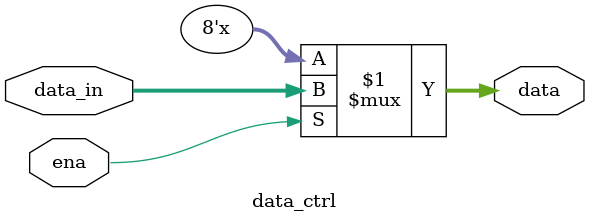
<source format=v>
module data_ctrl(
    ena,
    data_in,
    data
);
input ena;
input [7:0]data_in;
output [7:0]data;

assign data = ena ? data_in : 8'bxxxx_xxxx;

endmodule 

</source>
